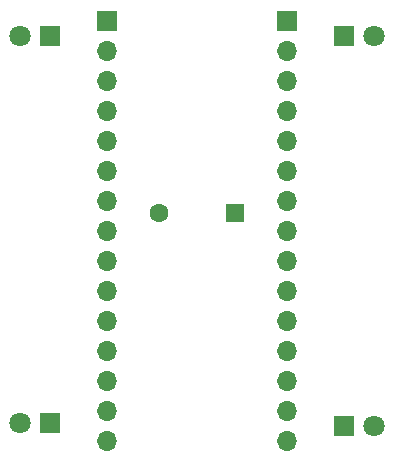
<source format=gbr>
%TF.GenerationSoftware,KiCad,Pcbnew,7.0.6*%
%TF.CreationDate,2024-03-18T09:35:31+01:00*%
%TF.ProjectId,PymonPCB,50796d6f-6e50-4434-922e-6b696361645f,rev?*%
%TF.SameCoordinates,Original*%
%TF.FileFunction,Soldermask,Top*%
%TF.FilePolarity,Negative*%
%FSLAX46Y46*%
G04 Gerber Fmt 4.6, Leading zero omitted, Abs format (unit mm)*
G04 Created by KiCad (PCBNEW 7.0.6) date 2024-03-18 09:35:31*
%MOMM*%
%LPD*%
G01*
G04 APERTURE LIST*
%ADD10R,1.700000X1.700000*%
%ADD11O,1.700000X1.700000*%
%ADD12R,1.800000X1.800000*%
%ADD13C,1.800000*%
%ADD14R,1.600000X1.600000*%
%ADD15C,1.600000*%
G04 APERTURE END LIST*
D10*
%TO.C,J2*%
X142240000Y-86360000D03*
D11*
X142240000Y-88900000D03*
X142240000Y-91440000D03*
X142240000Y-93980000D03*
X142240000Y-96520000D03*
X142240000Y-99060000D03*
X142240000Y-101600000D03*
X142240000Y-104140000D03*
X142240000Y-106680000D03*
X142240000Y-109220000D03*
X142240000Y-111760000D03*
X142240000Y-114300000D03*
X142240000Y-116840000D03*
X142240000Y-119380000D03*
X142240000Y-121920000D03*
%TD*%
D10*
%TO.C,J1*%
X127000000Y-86360000D03*
D11*
X127000000Y-88900000D03*
X127000000Y-91440000D03*
X127000000Y-93980000D03*
X127000000Y-96520000D03*
X127000000Y-99060000D03*
X127000000Y-101600000D03*
X127000000Y-104140000D03*
X127000000Y-106680000D03*
X127000000Y-109220000D03*
X127000000Y-111760000D03*
X127000000Y-114300000D03*
X127000000Y-116840000D03*
X127000000Y-119380000D03*
X127000000Y-121920000D03*
%TD*%
D12*
%TO.C,D3*%
X147061000Y-120650000D03*
D13*
X149601000Y-120650000D03*
%TD*%
D12*
%TO.C,D4*%
X122174000Y-120396000D03*
D13*
X119634000Y-120396000D03*
%TD*%
D14*
%TO.C,BZ1*%
X137870000Y-102616000D03*
D15*
X131370000Y-102616000D03*
%TD*%
D12*
%TO.C,D2*%
X122174000Y-87630000D03*
D13*
X119634000Y-87630000D03*
%TD*%
D12*
%TO.C,D1*%
X147061000Y-87630000D03*
D13*
X149601000Y-87630000D03*
%TD*%
M02*

</source>
